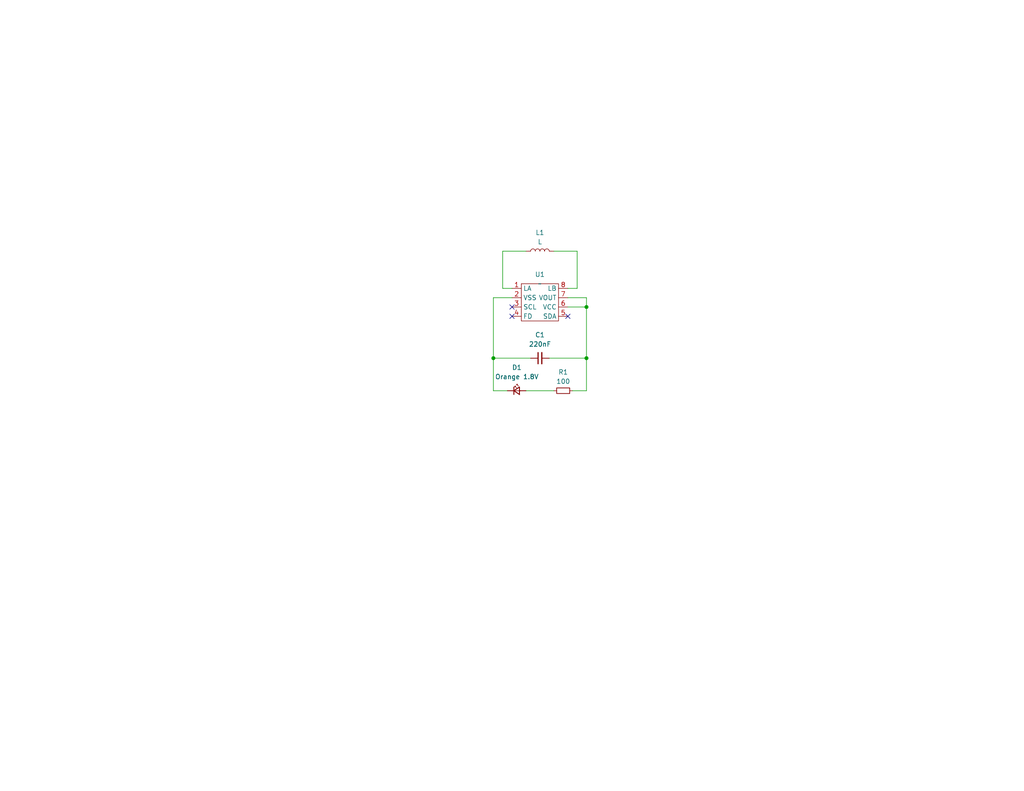
<source format=kicad_sch>
(kicad_sch (version 20230121) (generator eeschema)
  (paper "USLetter")
  (title_block (title "NTAG I2C Plus Evaluation Board for Energy Harvesting") (date "2023-09-23") (rev "v1.0") (company "Hugo Hu"))
  (lib_symbols
    (symbol "Device:C_Small" (pin_numbers hide) (pin_names (offset 0.254) hide)
      (property "Reference" "C" (at 0.254 1.778 0))
      (property "Value" "C_Small" (at 0.254 -2.032 0))
      (symbol "C_Small_0_1"
        (polyline (pts (xy -1.524 -0.508) (xy 1.524 -0.508)) (stroke (width 0.3302)))
        (polyline (pts (xy -1.524 0.508) (xy 1.524 0.508)) (stroke (width 0.3048)))
      )
      (symbol "C_Small_1_1"
        (pin passive line (at 0 2.54 270) (length 2.032) (name "~") (number "1"))
        (pin passive line (at 0 -2.54 90) (length 2.032) (name "~") (number "2"))
      )
    )
    (symbol "Device:L" (pin_numbers hide) (pin_names (offset 1.016) hide)
      (property "Reference" "L" (at -1.27 0 90))
      (property "Value" "L" (at 1.905 0 90))
      (symbol "L_0_1"
        (arc (start 0 -2.54) (mid 0.6323 -1.905) (end 0 -1.27))
        (arc (start 0 -1.27) (mid 0.6323 -0.635) (end 0 0))
        (arc (start 0 0) (mid 0.6323 0.635) (end 0 1.27))
        (arc (start 0 1.27) (mid 0.6323 1.905) (end 0 2.54))
      )
      (symbol "L_1_1"
        (pin passive line (at 0 3.81 270) (length 1.27) (name "1") (number "1"))
        (pin passive line (at 0 -3.81 90) (length 1.27) (name "2") (number "2"))
      )
    )
    (symbol "Device:LED_Small" (pin_numbers hide) (pin_names (offset 0.254) hide)
      (property "Reference" "D" (at -1.27 3.175 0))
      (property "Value" "LED_Small" (at -4.445 -2.54 0))
      (symbol "LED_Small_0_1"
        (polyline (pts (xy -0.762 -1.016) (xy -0.762 1.016)) (stroke (width 0.254)))
        (polyline (pts (xy 1.016 0) (xy -0.762 0)))
        (polyline (pts (xy 0.762 -1.016) (xy -0.762 0) (xy 0.762 1.016) (xy 0.762 -1.016)) (stroke (width 0.254)))
        (polyline (pts (xy 0 0.762) (xy -0.508 1.27) (xy -0.254 1.27) (xy -0.508 1.27) (xy -0.508 1.016)))
        (polyline (pts (xy 0.508 1.27) (xy 0 1.778) (xy 0.254 1.778) (xy 0 1.778) (xy 0 1.524)))
      )
      (symbol "LED_Small_1_1"
        (pin passive line (at -2.54 0 0) (length 1.778) (name "K") (number "1"))
        (pin passive line (at 2.54 0 180) (length 1.778) (name "A") (number "2"))
      )
    )
    (symbol "Device:R_Small" (pin_numbers hide) (pin_names (offset 0.254) hide)
      (property "Reference" "R" (at 0.762 0.508 0))
      (property "Value" "R_Small" (at 0.762 -1.016 0))
      (symbol "R_Small_0_1"
        (rectangle (start -0.762 1.778) (end 0.762 -1.778) (stroke (width 0.2032)))
      )
      (symbol "R_Small_1_1"
        (pin passive line (at 0 2.54 270) (length 0.762) (name "~") (number "1"))
        (pin passive line (at 0 -2.54 90) (length 0.762) (name "~") (number "2"))
      )
    )
    (symbol "NXP_NTAG:NT3H2211"
      (property "Reference" "U" (at 0 1.27 0))
      (symbol "NT3H2211_0_1"
        (rectangle (start -5.08 0) (end 5.08 -10.16))
      )
      (symbol "NT3H2211_1_1"
        (pin input line (at -7.62 -1.27 0) (length 2.54) (name "LA") (number "1"))
        (pin input line (at -7.62 -3.81 0) (length 2.54) (name "VSS") (number "2"))
        (pin input line (at -7.62 -6.35 0) (length 2.54) (name "SCL") (number "3"))
        (pin input line (at -7.62 -8.89 0) (length 2.54) (name "FD") (number "4"))
        (pin input line (at 7.62 -8.89 180) (length 2.54) (name "SDA") (number "5"))
        (pin input line (at 7.62 -6.35 180) (length 2.54) (name "VCC") (number "6"))
        (pin input line (at 7.62 -3.81 180) (length 2.54) (name "VOUT") (number "7"))
        (pin input line (at 7.62 -1.27 180) (length 2.54) (name "LB") (number "8"))
      )
    )
  )
  (junction (at 160.02 83.82))
  (junction (at 160.02 97.79))
  (junction (at 134.62 97.79))
  (no_connect (at 154.94 86.36))
  (no_connect (at 139.7 83.82))
  (no_connect (at 139.7 86.36))
  (wire (pts (xy 157.48 78.74) (xy 157.48 68.58)))
  (wire (pts (xy 134.62 81.28) (xy 134.62 97.79)))
  (wire (pts (xy 137.16 78.74) (xy 137.16 68.58)))
  (wire (pts (xy 160.02 81.28) (xy 160.02 83.82)))
  (wire (pts (xy 134.62 97.79) (xy 144.78 97.79)))
  (wire (pts (xy 157.48 68.58) (xy 151.13 68.58)))
  (wire (pts (xy 138.43 106.68) (xy 134.62 106.68)))
  (wire (pts (xy 160.02 106.68) (xy 160.02 97.79)))
  (wire (pts (xy 134.62 106.68) (xy 134.62 97.79)))
  (wire (pts (xy 154.94 78.74) (xy 157.48 78.74)))
  (wire (pts (xy 156.21 106.68) (xy 160.02 106.68)))
  (wire (pts (xy 139.7 78.74) (xy 137.16 78.74)))
  (wire (pts (xy 154.94 83.82) (xy 160.02 83.82)))
  (wire (pts (xy 160.02 81.28) (xy 154.94 81.28)))
  (wire (pts (xy 160.02 97.79) (xy 149.86 97.79)))
  (wire (pts (xy 143.51 106.68) (xy 151.13 106.68)))
  (wire (pts (xy 139.7 81.28) (xy 134.62 81.28)))
  (wire (pts (xy 137.16 68.58) (xy 143.51 68.58)))
  (wire (pts (xy 160.02 83.82) (xy 160.02 97.79)))
  (symbol (lib_id "Device:L") (at 147.32 68.58 90) (unit 1)
    (property "Reference" "L1" (at 147.32 63.5 90))
    (property "Value" "L" (at 147.32 66.04 90))
    (property "Footprint" "Antenna:Class 4 Antenna" (effects hide))
  )
  (symbol (lib_id "Device:R_Small") (at 153.67 106.68 90) (unit 1)
    (property "Reference" "R1" (at 153.67 101.6 90))
    (property "Value" "100" (at 153.67 104.14 90))
    (property "Footprint" "Resistor_SMD:R_0805_2012Metric_Pad1.20x1.40mm_HandSolder" (effects hide))
  )
  (symbol (lib_id "Device:LED_Small") (at 140.97 106.68 0) (unit 1)
    (property "Reference" "D1" (at 141.0335 100.33 0))
    (property "Value" "Orange 1.8V" (at 141.0335 102.87 0))
    (property "Footprint" "LED_SMD:LED_0805_2012Metric_Pad1.15x1.40mm_HandSolder" (effects hide))
  )
  (symbol (lib_id "Device:C_Small") (at 147.32 97.79 90) (unit 1)
    (property "Reference" "C1" (at 147.3263 91.44 90))
    (property "Value" "220nF" (at 147.3263 93.98 90))
    (property "Footprint" "Capacitor_SMD:C_0805_2012Metric_Pad1.18x1.45mm_HandSolder" (effects hide))
  )
  (symbol (lib_id "NXP_NTAG:NT3H2211") (at 147.32 77.47 0) (unit 1)
    (property "Reference" "U1" (at 147.32 74.93 0))
    (property "Value" "~" (at 147.32 77.47 0))
    (property "Footprint" "Package_SO:SO-8_3.9x4.9mm_P1.27mm" (effects hide))
  )
)
</source>
